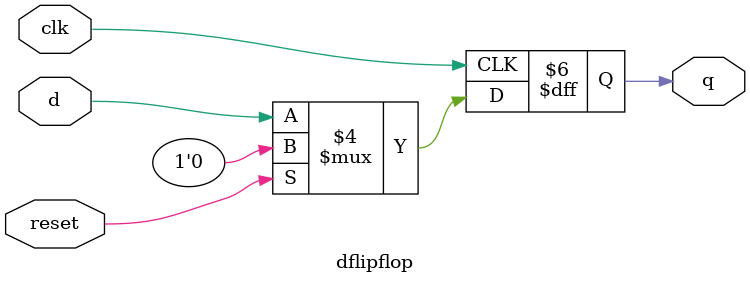
<source format=v>
module dflipflop(q, d, clk, reset);
input d, clk, reset;
output reg q;

always@(posedge clk)
begin
	if(reset == 1'b1)
		q<=1'b0;
	else
		q<=d;
end
endmodule

</source>
